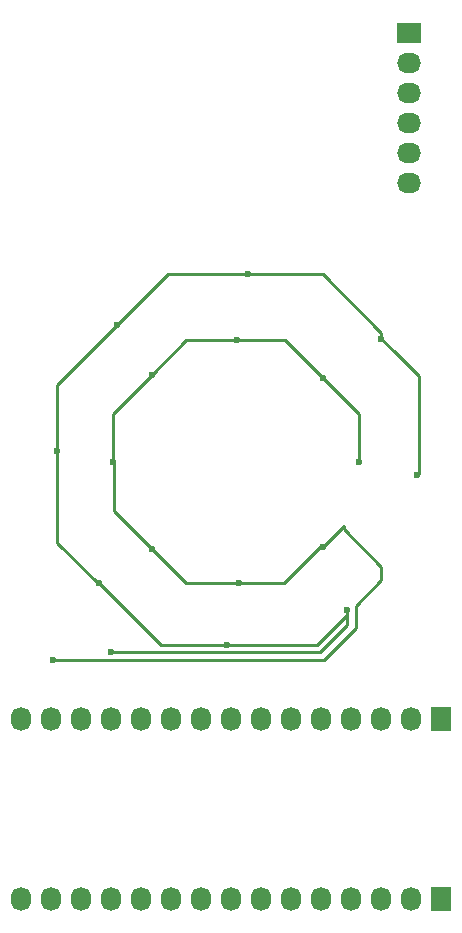
<source format=gbl>
G04 #@! TF.FileFunction,Copper,L2,Bot,Signal*
%FSLAX46Y46*%
G04 Gerber Fmt 4.6, Leading zero omitted, Abs format (unit mm)*
G04 Created by KiCad (PCBNEW 4.0.4-stable) date Thursday, December 08, 2016 'AMt' 10:27:16 AM*
%MOMM*%
%LPD*%
G01*
G04 APERTURE LIST*
%ADD10C,0.100000*%
%ADD11R,1.727200X2.032000*%
%ADD12O,1.727200X2.032000*%
%ADD13R,2.032000X1.727200*%
%ADD14O,2.032000X1.727200*%
%ADD15C,0.600000*%
%ADD16C,0.250000*%
G04 APERTURE END LIST*
D10*
D11*
X142253500Y-134555500D03*
D12*
X139713500Y-134555500D03*
X137173500Y-134555500D03*
X134633500Y-134555500D03*
X132093500Y-134555500D03*
X129553500Y-134555500D03*
X127013500Y-134555500D03*
X124473500Y-134555500D03*
X121933500Y-134555500D03*
X119393500Y-134555500D03*
X116853500Y-134555500D03*
X114313500Y-134555500D03*
X111773500Y-134555500D03*
X109233500Y-134555500D03*
X106693500Y-134555500D03*
D11*
X142253500Y-149795500D03*
D12*
X139713500Y-149795500D03*
X137173500Y-149795500D03*
X134633500Y-149795500D03*
X132093500Y-149795500D03*
X129553500Y-149795500D03*
X127013500Y-149795500D03*
X124473500Y-149795500D03*
X121933500Y-149795500D03*
X119393500Y-149795500D03*
X116853500Y-149795500D03*
X114313500Y-149795500D03*
X111773500Y-149795500D03*
X109233500Y-149795500D03*
X106693500Y-149795500D03*
D13*
X139488001Y-76454000D03*
D14*
X139488001Y-78994000D03*
X139488001Y-81534000D03*
X139488001Y-84074000D03*
X139488001Y-86614000D03*
X139488001Y-89154000D03*
D15*
X114300000Y-128905000D03*
X140208000Y-113919000D03*
X137160000Y-102362000D03*
X125857000Y-96901000D03*
X114808000Y-101219000D03*
X109728000Y-111887000D03*
X113284000Y-123063000D03*
X124079000Y-128270000D03*
X134239000Y-125349000D03*
X109347000Y-129540000D03*
X135255000Y-112776000D03*
X132207000Y-105664000D03*
X124968000Y-102489000D03*
X117729000Y-105410000D03*
X114427000Y-112776000D03*
X117729000Y-120142000D03*
X125095000Y-123063000D03*
X132207000Y-120015000D03*
D16*
X134239000Y-125349000D02*
X134239000Y-126619000D01*
X131953000Y-128905000D02*
X114300000Y-128905000D01*
X134239000Y-126619000D02*
X131953000Y-128905000D01*
X137160000Y-102362000D02*
X138303000Y-103505000D01*
X140335000Y-113792000D02*
X140208000Y-113919000D01*
X140335000Y-105537000D02*
X140335000Y-113792000D01*
X138303000Y-103505000D02*
X140335000Y-105537000D01*
X125857000Y-96901000D02*
X132207000Y-96901000D01*
X137160000Y-101854000D02*
X137160000Y-102362000D01*
X132207000Y-96901000D02*
X137160000Y-101854000D01*
X114808000Y-101219000D02*
X119126000Y-96901000D01*
X119126000Y-96901000D02*
X125857000Y-96901000D01*
X109728000Y-111887000D02*
X109728000Y-106299000D01*
X109728000Y-106299000D02*
X114808000Y-101219000D01*
X113284000Y-123063000D02*
X113157000Y-123063000D01*
X109728000Y-119634000D02*
X109728000Y-111887000D01*
X113157000Y-123063000D02*
X109728000Y-119634000D01*
X124079000Y-128270000D02*
X118491000Y-128270000D01*
X118491000Y-128270000D02*
X113284000Y-123063000D01*
X134239000Y-125349000D02*
X134239000Y-125730000D01*
X131699000Y-128270000D02*
X124079000Y-128270000D01*
X134239000Y-125730000D02*
X131699000Y-128270000D01*
X132207000Y-120015000D02*
X133985000Y-118237000D01*
X132334000Y-129540000D02*
X109347000Y-129540000D01*
X135001000Y-126873000D02*
X132334000Y-129540000D01*
X135001000Y-124968000D02*
X135001000Y-126873000D01*
X137160000Y-122809000D02*
X135001000Y-124968000D01*
X137160000Y-121666000D02*
X137160000Y-122809000D01*
X133985000Y-118491000D02*
X137160000Y-121666000D01*
X133985000Y-118237000D02*
X133985000Y-118491000D01*
X132207000Y-105664000D02*
X134874000Y-108331000D01*
X135255000Y-108712000D02*
X135255000Y-112776000D01*
X134874000Y-108331000D02*
X135255000Y-108712000D01*
X124968000Y-102489000D02*
X129032000Y-102489000D01*
X129032000Y-102489000D02*
X132207000Y-105664000D01*
X117729000Y-105410000D02*
X120650000Y-102489000D01*
X120650000Y-102489000D02*
X124968000Y-102489000D01*
X114427000Y-112776000D02*
X114427000Y-108712000D01*
X114427000Y-108712000D02*
X117729000Y-105410000D01*
X114554000Y-112903000D02*
X114427000Y-112776000D01*
X114554000Y-116967000D02*
X114554000Y-112903000D01*
X117729000Y-120142000D02*
X114554000Y-116967000D01*
X120650000Y-123063000D02*
X117729000Y-120142000D01*
X125095000Y-123063000D02*
X120650000Y-123063000D01*
X132207000Y-120015000D02*
X131953000Y-120015000D01*
X128905000Y-123063000D02*
X125095000Y-123063000D01*
X131953000Y-120015000D02*
X128905000Y-123063000D01*
M02*

</source>
